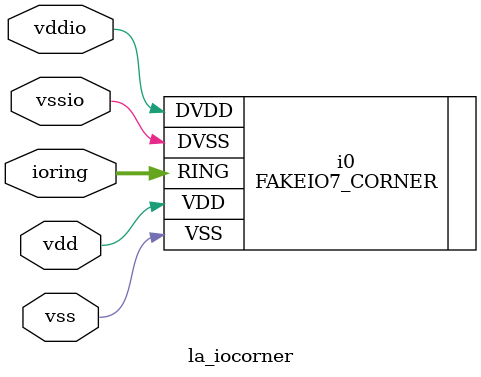
<source format=v>
/*****************************************************************************
 * Function: Corner IO Cell
 * Copyright: Lambda Project Authors. All rights Reserved.
 * License:  MIT (see LICENSE file in Lambda repository)
 *
 * Docs:
 *
 * ../README.md
 *
 ****************************************************************************/
module la_iocorner #(
    parameter PROP  = "DEFAULT",  // cell property
    parameter SIDE  = "NO",       // "NO", "SO", "EA", "WE"
    parameter RINGW = 8           // width of io ring
) (
    inout             vdd,    // core supply
    inout             vss,    // core ground
    inout             vddio,  // io supply
    inout             vssio,  // io ground
    inout [RINGW-1:0] ioring  // generic ioring interface
);

  FAKEIO7_CORNER i0 (
      .DVDD(vddio),
      .DVSS(vssio),
      .VDD (vdd),
      .VSS (vss),
      .RING(ioring)
  );

endmodule

</source>
